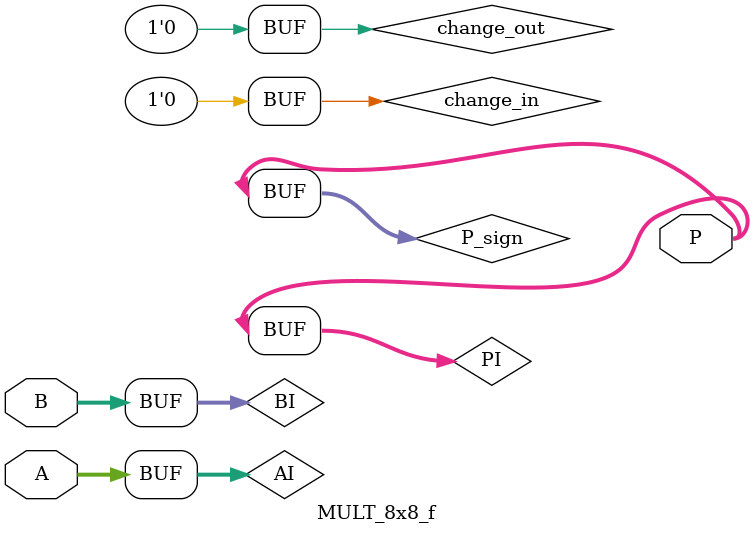
<source format=v>


/*
 * Copyright (c) 2000 Philips Semiconductors Stefan.Thiede@philips.com
 *
 *    This source code is free software; you can redistribute it
 *  Public License for more details.
 *
 *    You should have received a copy of the GNU General Public License
 *    along with this program; if not, write to the Free Software
*    Foundation, Inc., 59 Temple Place - Suite 330, Boston, MA 02111-1307, USA
*/

`timescale  1ns /  10ps
`celldefine

module MULT_8x8_f (P, A, B);

   parameter
      NA = 8,
      NB = 8,
      NP = 16,
      PX = 16'bx;

   input  [NA-1:0] A;
   input  [NB-1:0] B;
   output [NP-1:0] P;

   reg [NA-1:0] A_sign;
   reg [NB-1:0] B_sign;
   reg [NP-1:0] P_sign;
   reg Sign;

   wire [NA-1:0] AI;
   wire [NB-1:0] BI;

   // SDF constraint: set of buffers to allow the MIPDs annotation
   buf a0 (AI[0], A[0]);
   buf a1 (AI[1], A[1]);
   buf a2 (AI[2], A[2]);
   buf a3 (AI[3], A[3]);
   buf a4 (AI[4], A[4]);
   buf a5 (AI[5], A[5]);
   buf a6 (AI[6], A[6]);
   buf a7 (AI[7], A[7]);

   buf b0 (BI[0], B[0]);
   buf b1 (BI[1], B[1]);
   buf b2 (BI[2], B[2]);
   buf b3 (BI[3], B[3]);
   buf b4 (BI[4], B[4]);
   buf b5 (BI[5], B[5]);
   buf b6 (BI[6], B[6]);
   buf b7 (BI[7], B[7]);

   reg change_in;
   wire change_out;

   initial change_in = 0;

   buf #(0.01) bc (change_out, change_in);

   wire [NP-1:0] PI;

   // SDF constraint: P_sign cannot be used to drive directly buffers
   assign PI = P_sign;

   // SDF constraint: set of buffers to allow the output acceleration
   buf p0 (P[0], PI[0]);
   buf p1 (P[1], PI[1]);
   buf p2 (P[2], PI[2]);
   buf p3 (P[3], PI[3]);
   buf p4 (P[4], PI[4]);
   buf p5 (P[5], PI[5]);
   buf p6 (P[6], PI[6]);
   buf p7 (P[7], PI[7]);
   buf p8 (P[8], PI[8]);
   buf p9 (P[9], PI[9]);
   buf p10 (P[10], PI[10]);
   buf p11 (P[11], PI[11]);
   buf p12 (P[12], PI[12]);
   buf p13 (P[13], PI[13]);
   buf p14 (P[14], PI[14]);
   buf p15 (P[15], PI[15]);

   specify
      specparam
         th = 0.940,
         td = 4.930;

      // Pin-to-pin delay
      (A, B *> P) = (td, td, th, 0, th, 0);
   endspecify


endmodule
`endcelldefine

</source>
